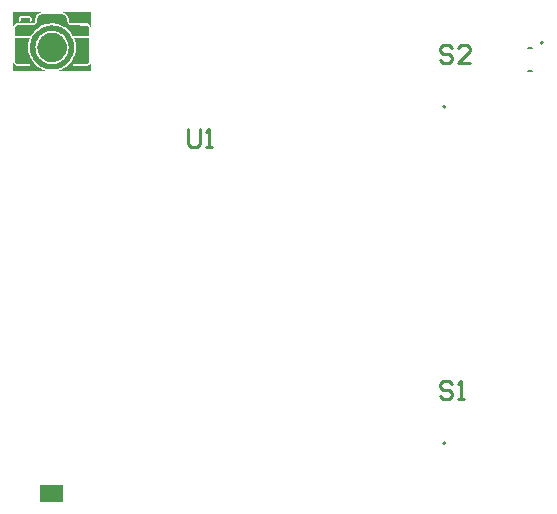
<source format=gto>
G04*
G04 #@! TF.GenerationSoftware,Altium Limited,Altium Designer,22.9.1 (49)*
G04*
G04 Layer_Color=65535*
%FSLAX44Y44*%
%MOMM*%
G71*
G04*
G04 #@! TF.SameCoordinates,C56BC410-7C05-4C87-A6CA-29577A5DDFC1*
G04*
G04*
G04 #@! TF.FilePolarity,Positive*
G04*
G01*
G75*
%ADD10C,0.2000*%
%ADD11C,0.1270*%
%ADD12C,0.2540*%
G36*
X361197Y1087337D02*
X360383Y1087174D01*
X359080Y1086686D01*
X358103Y1086034D01*
X357125Y1085057D01*
X356963Y1084731D01*
X356474Y1083591D01*
X356311Y1081963D01*
X356148Y1080008D01*
X355660Y1079194D01*
X354927Y1078461D01*
X354112Y1078135D01*
X340432Y1077972D01*
X338966Y1077158D01*
X338396Y1076588D01*
X338233Y1076262D01*
X337581Y1075122D01*
X337663Y1087419D01*
X348575D01*
X361197Y1087337D01*
D02*
G37*
G36*
X403217Y1075122D02*
X403135Y1075041D01*
X402809Y1075855D01*
X402239Y1076751D01*
X401669Y1077321D01*
X401344Y1077484D01*
X400204Y1077972D01*
X398086Y1078135D01*
X386197Y1078298D01*
X385871Y1078461D01*
X385790Y1078542D01*
X384976Y1079357D01*
X384650Y1080171D01*
X384487Y1081311D01*
X384324Y1083917D01*
X383265Y1085464D01*
X382614Y1086116D01*
X382288Y1086279D01*
X380497Y1087093D01*
X379845Y1087256D01*
X379601Y1087337D01*
X403135Y1087419D01*
X403217Y1075122D01*
D02*
G37*
G36*
X379845Y1085627D02*
X380334Y1085464D01*
X381800Y1084650D01*
X382370Y1084080D01*
X382533Y1083754D01*
X382858Y1082940D01*
X383021Y1079845D01*
X383998Y1078054D01*
X384894Y1077158D01*
X385220Y1076995D01*
X386034Y1076669D01*
X386686Y1076507D01*
X388803Y1076344D01*
X400367Y1076181D01*
X401262Y1075448D01*
X401588Y1074634D01*
X401507Y1067223D01*
X388396Y1067142D01*
X387581Y1068607D01*
X386034Y1070643D01*
X385627Y1071213D01*
X383591Y1073249D01*
X383265Y1073412D01*
X382777Y1073901D01*
X382451Y1074063D01*
X382125Y1074389D01*
X381800Y1074552D01*
X380822Y1075204D01*
X380497Y1075367D01*
X377402Y1076832D01*
X375774Y1077321D01*
X374471Y1077647D01*
X373331Y1077810D01*
X372679Y1077972D01*
X369666Y1078054D01*
X367712Y1077891D01*
X366735Y1077728D01*
X365920Y1077565D01*
X364617Y1077239D01*
X362826Y1076588D01*
X362011Y1076262D01*
X359487Y1074878D01*
X357451Y1073331D01*
X357207Y1073086D01*
X356881Y1072924D01*
X355171Y1071213D01*
X355008Y1070888D01*
X354357Y1070236D01*
X354194Y1069910D01*
X353868Y1069585D01*
X353705Y1069259D01*
X352891Y1068119D01*
X352321Y1067060D01*
X351181Y1067223D01*
X339210Y1067305D01*
X339373Y1075122D01*
X340106Y1076018D01*
X340920Y1076344D01*
X354438Y1076507D01*
X355252Y1076832D01*
X356067Y1077321D01*
X356800Y1077891D01*
X356963Y1078217D01*
X357288Y1078542D01*
X357614Y1079357D01*
X357940Y1080497D01*
X358103Y1083428D01*
X358917Y1084568D01*
X359324Y1084976D01*
X360464Y1085464D01*
X361767Y1085790D01*
X365024D01*
X379845Y1085627D01*
D02*
G37*
G36*
X351588Y1065350D02*
X351262Y1064536D01*
X350774Y1062907D01*
X350448Y1061604D01*
X350122Y1059324D01*
X350285Y1054438D01*
X350448Y1053950D01*
X350692Y1052728D01*
X350855Y1052077D01*
X351507Y1050285D01*
X351832Y1049471D01*
X353380Y1046620D01*
X354927Y1044585D01*
X355497Y1044015D01*
X355660Y1043689D01*
X356555Y1042793D01*
X356881Y1042630D01*
X357695Y1041816D01*
X358021Y1041653D01*
X358347Y1041327D01*
X358673Y1041164D01*
X358998Y1040839D01*
X359324Y1040676D01*
X360627Y1039862D01*
X362744Y1038884D01*
X363803Y1038477D01*
X364699Y1038233D01*
X365350Y1038070D01*
X366490Y1037744D01*
X368200Y1037500D01*
X337663Y1037419D01*
X337581Y1044992D01*
X337663Y1045073D01*
X337989Y1044259D01*
X338640Y1043282D01*
X339129Y1042793D01*
X340594Y1042142D01*
X342712Y1041979D01*
X351344Y1042142D01*
X351588Y1042386D01*
X351669Y1042956D01*
X351425Y1043526D01*
X350529Y1043770D01*
X340432Y1043933D01*
X339699Y1044503D01*
X339536Y1044829D01*
X339210Y1045643D01*
X339291Y1065432D01*
X344340D01*
X351588Y1065350D01*
D02*
G37*
G36*
X373819Y1076181D02*
X374308Y1076018D01*
X375611Y1075692D01*
X377158Y1075122D01*
X377972Y1074796D01*
X380822Y1073249D01*
X382858Y1071702D01*
X384813Y1069748D01*
X384976Y1069422D01*
X385301Y1069096D01*
X385464Y1068770D01*
X385790Y1068445D01*
X385953Y1068119D01*
X386767Y1066816D01*
X387744Y1064699D01*
X388070Y1063884D01*
X388396Y1062744D01*
X388722Y1061441D01*
X388884Y1060301D01*
X389047Y1059650D01*
X388884Y1054438D01*
X388722Y1053950D01*
X388477Y1052891D01*
X388314Y1052239D01*
X387989Y1051425D01*
X387500Y1050122D01*
X385953Y1047272D01*
X385627Y1046946D01*
X385464Y1046620D01*
X385138Y1046295D01*
X384976Y1045969D01*
X384324Y1045318D01*
X384161Y1044992D01*
X382940Y1043770D01*
X382614Y1043607D01*
X381963Y1042956D01*
X381637Y1042793D01*
X381311Y1042467D01*
X380985Y1042305D01*
X380008Y1041653D01*
X379682Y1041490D01*
X376914Y1040187D01*
X375285Y1039699D01*
X373982Y1039373D01*
X371702Y1039047D01*
X367305Y1039210D01*
X366816Y1039373D01*
X365757Y1039617D01*
X365106Y1039780D01*
X363314Y1040432D01*
X362500Y1040757D01*
X361116Y1041490D01*
X359568Y1042549D01*
X358591Y1043200D01*
X357695Y1044096D01*
X357370Y1044259D01*
X356800Y1044829D01*
X356637Y1045155D01*
X355660Y1046132D01*
X355497Y1046458D01*
X355171Y1046783D01*
X355008Y1047109D01*
X354357Y1048086D01*
X354194Y1048412D01*
X352891Y1051181D01*
X352402Y1052810D01*
X352077Y1054112D01*
X351751Y1056393D01*
X351914Y1060790D01*
X352077Y1061279D01*
X352321Y1062337D01*
X352484Y1062989D01*
X353298Y1065269D01*
X354682Y1067793D01*
X356230Y1069829D01*
X356474Y1070236D01*
X356555Y1070318D01*
X358021Y1071783D01*
X358347Y1071946D01*
X358998Y1072598D01*
X359324Y1072761D01*
X360464Y1073575D01*
X360790Y1073738D01*
X364210Y1075367D01*
X365350Y1075692D01*
X366653Y1076018D01*
X367793Y1076181D01*
X368445Y1076344D01*
X373819Y1076181D01*
D02*
G37*
G36*
X401588Y1065350D02*
X401425Y1044992D01*
X400692Y1044096D01*
X399878Y1043770D01*
X387989Y1043607D01*
X387581Y1043200D01*
X387744Y1042386D01*
X387989Y1042142D01*
X389129Y1041979D01*
X400367Y1042142D01*
X400937Y1042386D01*
X401018Y1042467D01*
X401344Y1042630D01*
X402239Y1043363D01*
X402565Y1043689D01*
X403054Y1044829D01*
X403135Y1045073D01*
X403217Y1037500D01*
X373656Y1037581D01*
X374145Y1037744D01*
X375367Y1037989D01*
X376018Y1038151D01*
X377809Y1038803D01*
X378624Y1039129D01*
X380252Y1039943D01*
X381555Y1040757D01*
X382533Y1041409D01*
X382777Y1041653D01*
X383103Y1041816D01*
X383754Y1042467D01*
X384080Y1042630D01*
X385627Y1044177D01*
X385790Y1044503D01*
X386441Y1045155D01*
X386604Y1045480D01*
X386930Y1045806D01*
X387093Y1046132D01*
X387419Y1046458D01*
X388233Y1047924D01*
X389373Y1050367D01*
X389780Y1051425D01*
X390106Y1052728D01*
X390350Y1053624D01*
X390594Y1055171D01*
X390757Y1057451D01*
X390839Y1058021D01*
X390676Y1058510D01*
X390513Y1061279D01*
X390350Y1061767D01*
X390106Y1062826D01*
X389943Y1063477D01*
X389454Y1064780D01*
X389292Y1065432D01*
X401588Y1065350D01*
D02*
G37*
G36*
X379500Y673000D02*
X360500D01*
Y687000D01*
X379500D01*
Y673000D01*
D02*
G37*
%LPC*%
G36*
X351181Y1084324D02*
X345155D01*
X343689Y1084161D01*
X342793Y1083428D01*
X342305Y1082288D01*
X342467Y1079845D01*
X342712Y1079601D01*
X343526Y1079764D01*
X343770Y1080008D01*
X343933Y1080660D01*
X344096Y1082451D01*
X344829Y1082695D01*
X351344Y1082533D01*
X351588Y1082288D01*
X351751Y1079845D01*
X352484Y1079601D01*
X352972Y1079764D01*
X353217Y1080008D01*
X353054Y1082940D01*
X352321Y1083836D01*
X351181Y1084324D01*
D02*
G37*
G36*
X370725Y1071783D02*
X367630Y1071620D01*
X367142Y1071458D01*
X366490Y1071295D01*
X365676Y1070969D01*
X364617Y1070562D01*
X363233Y1069829D01*
X361686Y1068770D01*
X361278Y1068363D01*
X360953Y1068200D01*
X359731Y1066979D01*
X359568Y1066653D01*
X359080Y1066164D01*
X358917Y1065839D01*
X358510Y1065269D01*
X358428Y1065187D01*
X358265Y1064862D01*
X357125Y1062419D01*
X356800Y1061279D01*
X356637Y1060627D01*
X356474Y1059487D01*
X356311Y1058836D01*
X356474Y1055252D01*
X356637Y1054764D01*
X356881Y1053705D01*
X357858Y1051262D01*
X358998Y1049471D01*
X359243Y1049226D01*
X359406Y1048901D01*
X360383Y1047924D01*
X360464Y1047679D01*
X360790Y1047516D01*
X361767Y1046539D01*
X362093Y1046376D01*
X362419Y1046050D01*
X363559Y1045399D01*
X365350Y1044585D01*
X366165Y1044259D01*
X367060Y1044015D01*
X367875Y1043852D01*
X370073Y1043607D01*
X372842Y1043770D01*
X373331Y1043933D01*
X374389Y1044177D01*
X376832Y1045155D01*
X378624Y1046295D01*
X378868Y1046539D01*
X379194Y1046702D01*
X379845Y1047353D01*
X380171Y1047516D01*
X380904Y1048249D01*
X381067Y1048575D01*
X381718Y1049226D01*
X381881Y1049552D01*
X382207Y1049878D01*
X383673Y1052972D01*
X383998Y1054112D01*
X384324Y1055415D01*
X384487Y1057044D01*
X384324Y1060464D01*
X384161Y1060953D01*
X383998Y1061604D01*
X383673Y1062419D01*
X383265Y1063477D01*
X382533Y1064862D01*
X381474Y1066409D01*
X381230Y1066653D01*
X381067Y1066979D01*
X379357Y1068689D01*
X379031Y1068852D01*
X378705Y1069177D01*
X378380Y1069340D01*
X377402Y1069992D01*
X375611Y1070806D01*
X374796Y1071132D01*
X372842Y1071620D01*
X370725Y1071783D01*
D02*
G37*
%LPD*%
G36*
X372353Y1069992D02*
X373575Y1069748D01*
X374226Y1069585D01*
X375855Y1068933D01*
X377484Y1067956D01*
X377728Y1067712D01*
X378054Y1067549D01*
X378380Y1067223D01*
X378705Y1067060D01*
X379927Y1065839D01*
X380090Y1065513D01*
X380415Y1065187D01*
X380578Y1064862D01*
X380904Y1064536D01*
X382207Y1061767D01*
X382696Y1059813D01*
X382858Y1058184D01*
X382696Y1055252D01*
X382533Y1054764D01*
X382370Y1054112D01*
X382044Y1053298D01*
X381555Y1052158D01*
X380904Y1051018D01*
X379764Y1049552D01*
X379031Y1048656D01*
X378705Y1048493D01*
X378054Y1047842D01*
X377728Y1047679D01*
X377402Y1047353D01*
X377077Y1047191D01*
X374308Y1045888D01*
X372353Y1045399D01*
X370236Y1045236D01*
X369340Y1045318D01*
X369259Y1045399D01*
X367467Y1045562D01*
X366979Y1045725D01*
X365920Y1046132D01*
X365106Y1046458D01*
X363070Y1047679D01*
X362174Y1048412D01*
X361767Y1048819D01*
X361523Y1048901D01*
X361360Y1049226D01*
X360546Y1050041D01*
X360383Y1050367D01*
X360057Y1050692D01*
X358591Y1053787D01*
X358103Y1055741D01*
X357940Y1057370D01*
X358103Y1059976D01*
X358265Y1060464D01*
X358428Y1061116D01*
X358998Y1062663D01*
X360220Y1064862D01*
X360953Y1065757D01*
X361197Y1066002D01*
X361360Y1066327D01*
X362093Y1067060D01*
X362419Y1067223D01*
X362907Y1067712D01*
X363233Y1067875D01*
X364373Y1068689D01*
X366816Y1069666D01*
X367875Y1069910D01*
X368852Y1070073D01*
X371865Y1070155D01*
X372353Y1069992D01*
D02*
G37*
D10*
X702500Y723500D02*
G03*
X702500Y721500I0J-1000D01*
G01*
D02*
G03*
X702500Y723500I0J1000D01*
G01*
Y1008500D02*
G03*
X702500Y1006500I0J-1000D01*
G01*
D02*
G03*
X702500Y1008500I0J1000D01*
G01*
X786000Y1061500D02*
G03*
X786000Y1061500I-1000J0D01*
G01*
D11*
X773000Y1057500D02*
X777000D01*
X773000Y1037500D02*
X777000D01*
D12*
X485140Y988563D02*
Y975867D01*
X487679Y973328D01*
X492757D01*
X495297Y975867D01*
Y988563D01*
X500375Y973328D02*
X505453D01*
X502914D01*
Y988563D01*
X500375Y986024D01*
X709165Y1057398D02*
X706626Y1059937D01*
X701547D01*
X699008Y1057398D01*
Y1054859D01*
X701547Y1052319D01*
X706626D01*
X709165Y1049780D01*
Y1047241D01*
X706626Y1044702D01*
X701547D01*
X699008Y1047241D01*
X724400Y1044702D02*
X714243D01*
X724400Y1054859D01*
Y1057398D01*
X721861Y1059937D01*
X716782D01*
X714243Y1057398D01*
X709165Y772410D02*
X706626Y774949D01*
X701547D01*
X699008Y772410D01*
Y769871D01*
X701547Y767331D01*
X706626D01*
X709165Y764792D01*
Y762253D01*
X706626Y759714D01*
X701547D01*
X699008Y762253D01*
X714243Y759714D02*
X719321D01*
X716782D01*
Y774949D01*
X714243Y772410D01*
M02*

</source>
